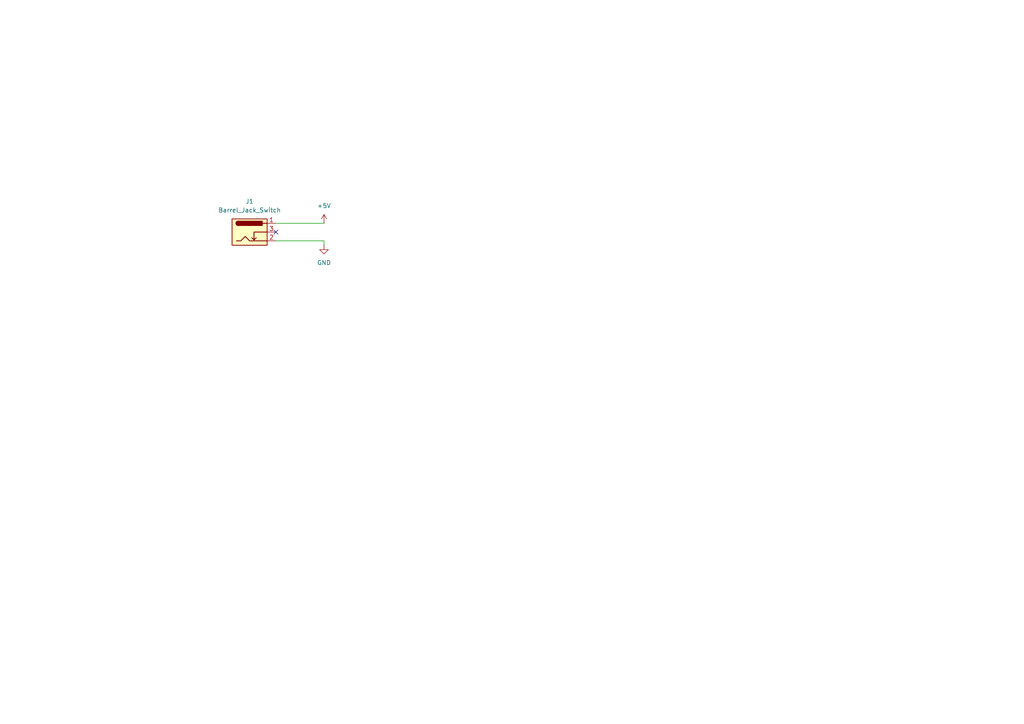
<source format=kicad_sch>
(kicad_sch (version 20250114) (generator "eeschema") (generator_version "9.0")
  (paper "A4")
  (lib_symbols
    (symbol "Connector:Barrel_Jack_Switch" (pin_names (hide yes))
      (property "Reference" "J" (at 0 5.334 0))
      (property "Value" "Barrel_Jack_Switch" (at 0 -5.08 0))
      (symbol "Barrel_Jack_Switch_0_1"
        (rectangle (start -5.08 3.81) (end 5.08 -3.81) (stroke (width 0.254)) (fill (type background)))
        (polyline (pts (xy -3.81 -2.54) (xy -2.54 -2.54) (xy -1.27 -1.27) (xy 0 -2.54) (xy 2.54 -2.54) (xy 5.08 -2.54)) (stroke (width 0.254)))
        (arc (start -3.302 1.905) (mid -3.9343 2.54) (end -3.302 3.175) (stroke (width 0.254)))
        (arc (start -3.302 1.905) (mid -3.9343 2.54) (end -3.302 3.175) (stroke (width 0.254)) (fill (type outline)))
        (polyline (pts (xy 1.27 -2.286) (xy 1.905 -1.651)) (stroke (width 0.254)))
        (rectangle (start 3.683 3.175) (end -3.302 1.905) (stroke (width 0.254)) (fill (type outline)))
        (polyline (pts (xy 5.08 2.54) (xy 3.81 2.54)) (stroke (width 0.254)))
        (polyline (pts (xy 5.08 0) (xy 1.27 0) (xy 1.27 -2.286) (xy 0.635 -1.651)) (stroke (width 0.254)))
      )
      (symbol "Barrel_Jack_Switch_1_1"
        (pin passive line (at 7.62 2.54 180) (length 2.54) (name "~") (number "1"))
        (pin passive line (at 7.62 0 180) (length 2.54) (name "~") (number "3"))
        (pin passive line (at 7.62 -2.54 180) (length 2.54) (name "~") (number "2"))
      )
    )
    (symbol "power:+5V" (power) (pin_numbers (hide yes)) (pin_names (offset 0) (hide yes))
      (property "Value" "+5V" (at 0 3.556 0))
      (symbol "+5V_0_1"
        (polyline (pts (xy -0.762 1.27) (xy 0 2.54)))
        (polyline (pts (xy 0 2.54) (xy 0.762 1.27)))
        (polyline (pts (xy 0 0) (xy 0 2.54)))
      )
      (symbol "+5V_1_1"
        (pin power_in line (at 0 0 90) (length 0) (name "~") (number "1"))
      )
    )
    (symbol "power:GND" (power) (pin_numbers (hide yes)) (pin_names (offset 0) (hide yes))
      (property "Value" "GND" (at 0 -3.81 0))
      (symbol "GND_0_1"
        (polyline (pts (xy 0 0) (xy 0 -1.27) (xy 1.27 -1.27) (xy 0 -2.54) (xy -1.27 -1.27) (xy 0 -1.27)))
      )
      (symbol "GND_1_1"
        (pin power_in line (at 0 0 270) (length 0) (name "~") (number "1"))
      )
    )
  )
  (no_connect (at 80.01 67.31))
  (wire (pts (xy 80.01 64.77) (xy 93.98 64.77)))
  (wire (pts (xy 80.01 69.85) (xy 93.98 69.85)))
  (wire (pts (xy 93.98 69.85) (xy 93.98 71.12)))
  (symbol (lib_id "power:GND") (at 93.98 71.12 0) (unit 1)
    (property "Reference" "#PWR0194" (effects (hide yes)))
    (property "Value" "GND" (at 93.98 76.2 0))
    (property "Description" "Power symbol creates a global label with name \"GND\" , ground" (effects (hide yes)))
  )
  (symbol (lib_id "power:+5V") (at 93.98 64.77 0) (unit 1)
    (property "Reference" "#PWR0193" (effects (hide yes)))
    (property "Value" "+5V" (at 93.98 59.69 0))
    (property "Description" "Power symbol creates a global label with name \"+5V\"" (effects (hide yes)))
  )
  (symbol (lib_id "Connector:Barrel_Jack_Switch") (at 72.39 67.31 0) (unit 1)
    (property "Reference" "J1" (at 72.39 58.42 0))
    (property "Value" "Barrel_Jack_Switch" (at 72.39 60.96 0))
    (property "Footprint" "Connector_BarrelJack:BarrelJack_Horizontal" (effects (hide yes)))
    (property "Description" "DC Barrel Jack with an internal switch" (effects (hide yes)))
  )
)
</source>
